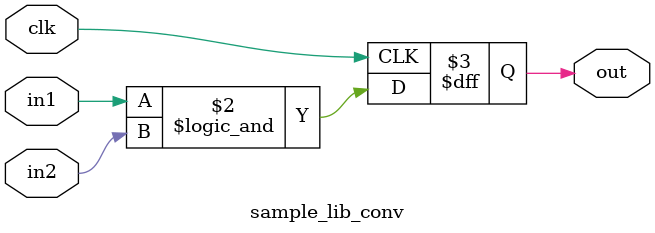
<source format=sv>
/*
* <sample_lib_conv.sv>
* 
* Copyright (c) 2021 Yosuke Ide <yosuke.ide@keio.jp>
* 
* This software is released under the MIT License.
* http://opensource.org/licenses/mit-license.php
*/

// Library Conversion and hard ip example
// For Synopsys tools...
//	  Design compiler requires .lib files to be converted into .db files 
//	using lc_shell. This example shows how to compile .lib files using
//	ASAP7 standard cell library.
//	  Vendor provided hard-ip can be called in the same way as
//  "sample_lib_conv.tcl".
//
// For Cadence tools...
//	  GENUS can read .lib file directly to compile rtl. 
//	  Vendor provided hard-ip can be called by enumeration them in the 
//  same way as sample_lib_conv.tcl".

module sample_lib_conv (
	input wire			clk,
	input wire			in1,
	input wire			in2,
	output reg			out
);

	always_ff @( posedge clk ) begin
		out <= in1 && in2;
	end

endmodule

</source>
